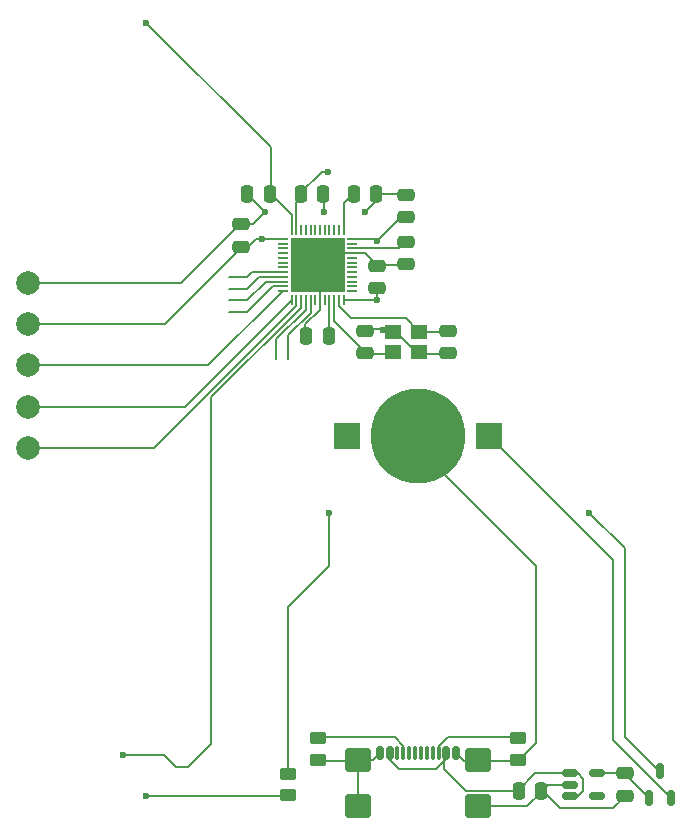
<source format=gbr>
%TF.GenerationSoftware,KiCad,Pcbnew,8.0.3-8.0.3-0~ubuntu24.04.1*%
%TF.CreationDate,2024-08-27T16:23:41+05:00*%
%TF.ProjectId,solartap_mcu_clear_60x60_g400,736f6c61-7274-4617-905f-6d63755f636c,rev?*%
%TF.SameCoordinates,Original*%
%TF.FileFunction,Copper,L1,Top*%
%TF.FilePolarity,Positive*%
%FSLAX46Y46*%
G04 Gerber Fmt 4.6, Leading zero omitted, Abs format (unit mm)*
G04 Created by KiCad (PCBNEW 8.0.3-8.0.3-0~ubuntu24.04.1) date 2024-08-27 16:23:41*
%MOMM*%
%LPD*%
G01*
G04 APERTURE LIST*
G04 Aperture macros list*
%AMRoundRect*
0 Rectangle with rounded corners*
0 $1 Rounding radius*
0 $2 $3 $4 $5 $6 $7 $8 $9 X,Y pos of 4 corners*
0 Add a 4 corners polygon primitive as box body*
4,1,4,$2,$3,$4,$5,$6,$7,$8,$9,$2,$3,0*
0 Add four circle primitives for the rounded corners*
1,1,$1+$1,$2,$3*
1,1,$1+$1,$4,$5*
1,1,$1+$1,$6,$7*
1,1,$1+$1,$8,$9*
0 Add four rect primitives between the rounded corners*
20,1,$1+$1,$2,$3,$4,$5,0*
20,1,$1+$1,$4,$5,$6,$7,0*
20,1,$1+$1,$6,$7,$8,$9,0*
20,1,$1+$1,$8,$9,$2,$3,0*%
G04 Aperture macros list end*
%TA.AperFunction,SMDPad,CuDef*%
%ADD10RoundRect,0.250000X-0.450000X0.262500X-0.450000X-0.262500X0.450000X-0.262500X0.450000X0.262500X0*%
%TD*%
%TA.AperFunction,SMDPad,CuDef*%
%ADD11RoundRect,0.250000X0.450000X-0.262500X0.450000X0.262500X-0.450000X0.262500X-0.450000X-0.262500X0*%
%TD*%
%TA.AperFunction,SMDPad,CuDef*%
%ADD12RoundRect,0.250000X-0.250000X-0.475000X0.250000X-0.475000X0.250000X0.475000X-0.250000X0.475000X0*%
%TD*%
%TA.AperFunction,SMDPad,CuDef*%
%ADD13RoundRect,0.250000X-0.475000X0.250000X-0.475000X-0.250000X0.475000X-0.250000X0.475000X0.250000X0*%
%TD*%
%TA.AperFunction,SMDPad,CuDef*%
%ADD14RoundRect,0.250000X0.250000X0.475000X-0.250000X0.475000X-0.250000X-0.475000X0.250000X-0.475000X0*%
%TD*%
%TA.AperFunction,SMDPad,CuDef*%
%ADD15RoundRect,0.250000X0.475000X-0.250000X0.475000X0.250000X-0.475000X0.250000X-0.475000X-0.250000X0*%
%TD*%
%TA.AperFunction,SMDPad,CuDef*%
%ADD16RoundRect,0.150000X0.150000X-0.512500X0.150000X0.512500X-0.150000X0.512500X-0.150000X-0.512500X0*%
%TD*%
%TA.AperFunction,SMDPad,CuDef*%
%ADD17R,1.400000X1.200000*%
%TD*%
%TA.AperFunction,SMDPad,CuDef*%
%ADD18RoundRect,0.150000X-0.512500X-0.150000X0.512500X-0.150000X0.512500X0.150000X-0.512500X0.150000X0*%
%TD*%
%TA.AperFunction,SMDPad,CuDef*%
%ADD19C,2.000000*%
%TD*%
%TA.AperFunction,SMDPad,CuDef*%
%ADD20R,2.200000X2.200000*%
%TD*%
%TA.AperFunction,SMDPad,CuDef*%
%ADD21C,8.000000*%
%TD*%
%TA.AperFunction,SMDPad,CuDef*%
%ADD22RoundRect,0.150000X-0.150000X-0.425000X0.150000X-0.425000X0.150000X0.425000X-0.150000X0.425000X0*%
%TD*%
%TA.AperFunction,SMDPad,CuDef*%
%ADD23RoundRect,0.075000X-0.075000X-0.500000X0.075000X-0.500000X0.075000X0.500000X-0.075000X0.500000X0*%
%TD*%
%TA.AperFunction,SMDPad,CuDef*%
%ADD24RoundRect,0.250000X-0.840000X-0.750000X0.840000X-0.750000X0.840000X0.750000X-0.840000X0.750000X0*%
%TD*%
%TA.AperFunction,SMDPad,CuDef*%
%ADD25RoundRect,0.050000X-0.050000X0.350000X-0.050000X-0.350000X0.050000X-0.350000X0.050000X0.350000X0*%
%TD*%
%TA.AperFunction,SMDPad,CuDef*%
%ADD26RoundRect,0.050000X-0.350000X0.050000X-0.350000X-0.050000X0.350000X-0.050000X0.350000X0.050000X0*%
%TD*%
%TA.AperFunction,HeatsinkPad*%
%ADD27R,4.600000X4.600000*%
%TD*%
%TA.AperFunction,ViaPad*%
%ADD28C,0.600000*%
%TD*%
%TA.AperFunction,Conductor*%
%ADD29C,0.200000*%
%TD*%
G04 APERTURE END LIST*
D10*
%TO.P,R3,1*%
%TO.N,Net-(J1-CC2)*%
X103500000Y-103087500D03*
%TO.P,R3,2*%
%TO.N,GND*%
X103500000Y-104912500D03*
%TD*%
D11*
%TO.P,R2,1*%
%TO.N,GND*%
X86500000Y-104912500D03*
%TO.P,R2,2*%
%TO.N,Net-(J1-CC1)*%
X86500000Y-103087500D03*
%TD*%
%TO.P,R1,1*%
%TO.N,Net-(D1-A)*%
X84000000Y-107912500D03*
%TO.P,R1,2*%
%TO.N,+3.3V*%
X84000000Y-106087500D03*
%TD*%
D12*
%TO.P,C12,1*%
%TO.N,Net-(U2-EN)*%
X103550000Y-107500000D03*
%TO.P,C12,2*%
%TO.N,GND*%
X105450000Y-107500000D03*
%TD*%
D13*
%TO.P,C11,1*%
%TO.N,Net-(U2-OUT)*%
X112500000Y-106050000D03*
%TO.P,C11,2*%
%TO.N,GND*%
X112500000Y-107950000D03*
%TD*%
D14*
%TO.P,C10,1*%
%TO.N,Net-(U1-NFC1{slash}P0.09)*%
X82450000Y-57030000D03*
%TO.P,C10,2*%
%TO.N,GND*%
X80550000Y-57030000D03*
%TD*%
%TO.P,C9,1*%
%TO.N,GND*%
X86950000Y-57000000D03*
%TO.P,C9,2*%
%TO.N,Net-(U1-NFC1{slash}P0.09)*%
X85050000Y-57000000D03*
%TD*%
D12*
%TO.P,C8,1*%
%TO.N,Net-(U1-DEC1)*%
X89550000Y-57000000D03*
%TO.P,C8,2*%
%TO.N,GND*%
X91450000Y-57000000D03*
%TD*%
D14*
%TO.P,C7,1*%
%TO.N,Net-(U1-DEC3)*%
X87450000Y-69000000D03*
%TO.P,C7,2*%
%TO.N,GND*%
X85550000Y-69000000D03*
%TD*%
D13*
%TO.P,C6,1*%
%TO.N,Net-(U1-DEC4)*%
X94000000Y-61050000D03*
%TO.P,C6,2*%
%TO.N,GND*%
X94000000Y-62950000D03*
%TD*%
D15*
%TO.P,C5,1*%
%TO.N,+3.3V*%
X80000000Y-61450000D03*
%TO.P,C5,2*%
%TO.N,GND*%
X80000000Y-59550000D03*
%TD*%
%TO.P,C4,1*%
%TO.N,+3.3V*%
X94000000Y-58950000D03*
%TO.P,C4,2*%
%TO.N,GND*%
X94000000Y-57050000D03*
%TD*%
%TO.P,C3,1*%
%TO.N,+3.3V*%
X91500000Y-64950000D03*
%TO.P,C3,2*%
%TO.N,GND*%
X91500000Y-63050000D03*
%TD*%
D13*
%TO.P,C2,1*%
%TO.N,Net-(U1-XC2)*%
X97500000Y-68550000D03*
%TO.P,C2,2*%
%TO.N,GND*%
X97500000Y-70450000D03*
%TD*%
D15*
%TO.P,C1,1*%
%TO.N,Net-(U1-XC1)*%
X90500000Y-70450000D03*
%TO.P,C1,2*%
%TO.N,GND*%
X90500000Y-68550000D03*
%TD*%
D16*
%TO.P,D2,1,K*%
%TO.N,Net-(U2-OUT)*%
X114550000Y-108137500D03*
%TO.P,D2,2,K*%
%TO.N,Net-(BT1-+)*%
X116450000Y-108137500D03*
%TO.P,D2,3,A*%
%TO.N,+3.3V*%
X115500000Y-105862500D03*
%TD*%
D17*
%TO.P,Y1,4,4*%
%TO.N,GND*%
X92900000Y-68650000D03*
%TO.P,Y1,3,3*%
%TO.N,Net-(U1-XC2)*%
X95100000Y-68650000D03*
%TO.P,Y1,2,2*%
%TO.N,GND*%
X95100000Y-70350000D03*
%TO.P,Y1,1,1*%
%TO.N,Net-(U1-XC1)*%
X92900000Y-70350000D03*
%TD*%
D18*
%TO.P,U2,1,IN*%
%TO.N,Net-(U2-EN)*%
X107862500Y-106050000D03*
%TO.P,U2,2,GND*%
%TO.N,GND*%
X107862500Y-107000000D03*
%TO.P,U2,3,EN*%
%TO.N,Net-(U2-EN)*%
X107862500Y-107950000D03*
%TO.P,U2,4,NC*%
%TO.N,unconnected-(U2-NC-Pad4)*%
X110137500Y-107950000D03*
%TO.P,U2,5,OUT*%
%TO.N,Net-(U2-OUT)*%
X110137500Y-106050000D03*
%TD*%
D19*
%TO.P,TP4,1,1*%
%TO.N,GND*%
X62000000Y-64500000D03*
%TD*%
D20*
%TO.P,BT1,1,+*%
%TO.N,Net-(BT1-+)*%
X89000000Y-77500000D03*
X101000000Y-77500000D03*
D21*
%TO.P,BT1,2,-*%
%TO.N,GND*%
X95000000Y-77500000D03*
%TD*%
D19*
%TO.P,TP1,1,1*%
%TO.N,Net-(U1-SWDIO)*%
X62000000Y-78500000D03*
%TD*%
%TO.P,TP2,1,1*%
%TO.N,Net-(U1-SWDCLK)*%
X62000000Y-75000000D03*
%TD*%
%TO.P,TP3,1,1*%
%TO.N,Net-(U1-P0.21{slash}~{RESET})*%
X62000000Y-71500000D03*
%TD*%
D22*
%TO.P,J1,A1,GND*%
%TO.N,GND*%
X91800000Y-104320000D03*
%TO.P,J1,A4,VBUS*%
%TO.N,Net-(U2-EN)*%
X92600000Y-104320000D03*
D23*
%TO.P,J1,A5,CC1*%
%TO.N,Net-(J1-CC1)*%
X93750000Y-104320000D03*
%TO.P,J1,A6,D+*%
%TO.N,unconnected-(J1-D+-PadA6)*%
X94750000Y-104320000D03*
%TO.P,J1,A7,D-*%
%TO.N,unconnected-(J1-D--PadA7)*%
X95250000Y-104320000D03*
%TO.P,J1,A8,SBU1*%
%TO.N,unconnected-(J1-SBU1-PadA8)*%
X96250000Y-104320000D03*
D22*
%TO.P,J1,A9,VBUS*%
%TO.N,Net-(U2-EN)*%
X97400000Y-104320000D03*
%TO.P,J1,A12,GND*%
%TO.N,GND*%
X98200000Y-104320000D03*
%TO.P,J1,B1,GND*%
X98200000Y-104320000D03*
%TO.P,J1,B4,VBUS*%
%TO.N,Net-(U2-EN)*%
X97400000Y-104320000D03*
D23*
%TO.P,J1,B5,CC2*%
%TO.N,Net-(J1-CC2)*%
X96750000Y-104320000D03*
%TO.P,J1,B6,D+*%
%TO.N,unconnected-(J1-D+-PadB6)*%
X95750000Y-104320000D03*
%TO.P,J1,B7,D-*%
%TO.N,unconnected-(J1-D--PadB7)*%
X94250000Y-104320000D03*
%TO.P,J1,B8,SBU2*%
%TO.N,unconnected-(J1-SBU2-PadB8)*%
X93250000Y-104320000D03*
D22*
%TO.P,J1,B9,VBUS*%
%TO.N,Net-(U2-EN)*%
X92600000Y-104320000D03*
%TO.P,J1,B12,GND*%
%TO.N,GND*%
X91800000Y-104320000D03*
D24*
%TO.P,J1,S1,SHIELD*%
X89890000Y-104895000D03*
X89890000Y-108825000D03*
X100110000Y-104895000D03*
X100110000Y-108825000D03*
%TD*%
D25*
%TO.P,U1,1,DEC1*%
%TO.N,Net-(U1-DEC1)*%
X88700000Y-60050000D03*
%TO.P,U1,2,P0.00/XL1*%
%TO.N,unconnected-(U1-P0.00{slash}XL1-Pad2)*%
X88300000Y-60050000D03*
%TO.P,U1,3,P0.01/XL2*%
%TO.N,unconnected-(U1-P0.01{slash}XL2-Pad3)*%
X87900000Y-60050000D03*
%TO.P,U1,4,P0.02/AIN0*%
%TO.N,unconnected-(U1-P0.02{slash}AIN0-Pad4)*%
X87500000Y-60050000D03*
%TO.P,U1,5,P0.03/AIN1*%
%TO.N,unconnected-(U1-P0.03{slash}AIN1-Pad5)*%
X87100000Y-60050000D03*
%TO.P,U1,6,P0.04/AIN2*%
%TO.N,unconnected-(U1-P0.04{slash}AIN2-Pad6)*%
X86700000Y-60050000D03*
%TO.P,U1,7,P0.05/AIN3*%
%TO.N,unconnected-(U1-P0.05{slash}AIN3-Pad7)*%
X86300000Y-60050000D03*
%TO.P,U1,8,P0.06*%
%TO.N,unconnected-(U1-P0.06-Pad8)*%
X85900000Y-60050000D03*
%TO.P,U1,9,P0.07*%
%TO.N,unconnected-(U1-P0.07-Pad9)*%
X85500000Y-60050000D03*
%TO.P,U1,10,P0.08*%
%TO.N,unconnected-(U1-P0.08-Pad10)*%
X85100000Y-60050000D03*
%TO.P,U1,11,NFC1/P0.09*%
%TO.N,Net-(U1-NFC1{slash}P0.09)*%
X84700000Y-60050000D03*
%TO.P,U1,12,NFC2/P0.10*%
X84300000Y-60050000D03*
D26*
%TO.P,U1,13,VDD*%
%TO.N,+3.3V*%
X83550000Y-60800000D03*
%TO.P,U1,14,P0.11*%
%TO.N,unconnected-(U1-P0.11-Pad14)*%
X83550000Y-61200000D03*
%TO.P,U1,15,P0.12*%
%TO.N,unconnected-(U1-P0.12-Pad15)*%
X83550000Y-61600000D03*
%TO.P,U1,16,P0.13*%
%TO.N,unconnected-(U1-P0.13-Pad16)*%
X83550000Y-62000000D03*
%TO.P,U1,17,P0.14*%
%TO.N,unconnected-(U1-P0.14-Pad17)*%
X83550000Y-62400000D03*
%TO.P,U1,18,P0.15*%
%TO.N,unconnected-(U1-P0.15-Pad18)*%
X83550000Y-62800000D03*
%TO.P,U1,19,P0.16*%
%TO.N,unconnected-(U1-P0.16-Pad19)*%
X83550000Y-63200000D03*
%TO.P,U1,20,P0.17*%
%TO.N,unconnected-(U1-P0.17-Pad20)*%
X83550000Y-63600000D03*
%TO.P,U1,21,P0.18/SWO*%
%TO.N,unconnected-(U1-P0.18{slash}SWO-Pad21)*%
X83550000Y-64000000D03*
%TO.P,U1,22,P0.19*%
%TO.N,unconnected-(U1-P0.19-Pad22)*%
X83550000Y-64400000D03*
%TO.P,U1,23,P0.20*%
%TO.N,unconnected-(U1-P0.20-Pad23)*%
X83550000Y-64800000D03*
%TO.P,U1,24,P0.21/~{RESET}*%
%TO.N,Net-(U1-P0.21{slash}~{RESET})*%
X83550000Y-65200000D03*
D25*
%TO.P,U1,25,SWDCLK*%
%TO.N,Net-(U1-SWDCLK)*%
X84300000Y-65950000D03*
%TO.P,U1,26,SWDIO*%
%TO.N,Net-(U1-SWDIO)*%
X84700000Y-65950000D03*
%TO.P,U1,27,P0.22*%
%TO.N,Net-(D1-K)*%
X85100000Y-65950000D03*
%TO.P,U1,28,P0.23*%
%TO.N,unconnected-(U1-P0.23-Pad28)*%
X85500000Y-65950000D03*
%TO.P,U1,29,P0.24*%
%TO.N,unconnected-(U1-P0.24-Pad29)*%
X85900000Y-65950000D03*
%TO.P,U1,30,ANT*%
%TO.N,unconnected-(U1-ANT-Pad30)*%
X86300000Y-65950000D03*
%TO.P,U1,31,VSS*%
%TO.N,GND*%
X86700000Y-65950000D03*
%TO.P,U1,32,DEC2*%
%TO.N,unconnected-(U1-DEC2-Pad32)*%
X87100000Y-65950000D03*
%TO.P,U1,33,DEC3*%
%TO.N,Net-(U1-DEC3)*%
X87500000Y-65950000D03*
%TO.P,U1,34,XC1*%
%TO.N,Net-(U1-XC1)*%
X87900000Y-65950000D03*
%TO.P,U1,35,XC2*%
%TO.N,Net-(U1-XC2)*%
X88300000Y-65950000D03*
%TO.P,U1,36,VDD*%
%TO.N,+3.3V*%
X88700000Y-65950000D03*
D26*
%TO.P,U1,37,P0.25*%
%TO.N,unconnected-(U1-P0.25-Pad37)*%
X89450000Y-65200000D03*
%TO.P,U1,38,P0.26*%
%TO.N,unconnected-(U1-P0.26-Pad38)*%
X89450000Y-64800000D03*
%TO.P,U1,39,P0.27*%
%TO.N,unconnected-(U1-P0.27-Pad39)*%
X89450000Y-64400000D03*
%TO.P,U1,40,P0.28/AIN4*%
%TO.N,unconnected-(U1-P0.28{slash}AIN4-Pad40)*%
X89450000Y-64000000D03*
%TO.P,U1,41,P0.29/AIN5*%
%TO.N,unconnected-(U1-P0.29{slash}AIN5-Pad41)*%
X89450000Y-63600000D03*
%TO.P,U1,42,P0.30/AIN6*%
%TO.N,unconnected-(U1-P0.30{slash}AIN6-Pad42)*%
X89450000Y-63200000D03*
%TO.P,U1,43,P0.31/AIN7*%
%TO.N,unconnected-(U1-P0.31{slash}AIN7-Pad43)*%
X89450000Y-62800000D03*
%TO.P,U1,44,NC*%
%TO.N,unconnected-(U1-NC-Pad44)*%
X89450000Y-62400000D03*
%TO.P,U1,45,VSS*%
%TO.N,GND*%
X89450000Y-62000000D03*
%TO.P,U1,46,DEC4*%
%TO.N,Net-(U1-DEC4)*%
X89450000Y-61600000D03*
%TO.P,U1,47,DCC*%
%TO.N,unconnected-(U1-DCC-Pad47)*%
X89450000Y-61200000D03*
%TO.P,U1,48,VDD*%
%TO.N,+3.3V*%
X89450000Y-60800000D03*
D27*
%TO.P,U1,49,VSS*%
%TO.N,GND*%
X86500000Y-63000000D03*
%TD*%
D19*
%TO.P,TP5,1,1*%
%TO.N,+3.3V*%
X62000000Y-68000000D03*
%TD*%
D28*
%TO.N,+3.3V*%
X87500000Y-84000000D03*
X109500000Y-84000000D03*
%TO.N,Net-(D1-A)*%
X72000000Y-108000000D03*
%TO.N,Net-(D1-K)*%
X70000000Y-104500000D03*
%TO.N,GND*%
X92000000Y-68500000D03*
%TO.N,+3.3V*%
X81800000Y-60800000D03*
X91500000Y-66000000D03*
X91500000Y-61000000D03*
%TO.N,GND*%
X88000000Y-61500000D03*
X100000000Y-105000000D03*
X93500000Y-74500000D03*
X88000000Y-64500000D03*
X100000000Y-109000000D03*
X87000000Y-58500000D03*
X90500000Y-58500000D03*
X85000000Y-61500000D03*
X82000000Y-58500000D03*
%TO.N,Net-(U1-NFC1{slash}P0.09)*%
X87400000Y-55100000D03*
X72000000Y-42500000D03*
%TD*%
D29*
%TO.N,Net-(D1-K)*%
X85100000Y-65950000D02*
X85100000Y-66612046D01*
X77500000Y-103562500D02*
X75562500Y-105500000D01*
X85100000Y-66612046D02*
X77500000Y-74212046D01*
X77500000Y-74212046D02*
X77500000Y-103562500D01*
X75562500Y-105500000D02*
X74500000Y-105500000D01*
X74500000Y-105500000D02*
X73500000Y-104500000D01*
X73500000Y-104500000D02*
X70000000Y-104500000D01*
%TO.N,unconnected-(U1-P0.17-Pad20)*%
X80500000Y-64000000D02*
X79000000Y-64000000D01*
X83550000Y-63600000D02*
X80900000Y-63600000D01*
X80900000Y-63600000D02*
X80500000Y-64000000D01*
%TO.N,unconnected-(U1-P0.18{slash}SWO-Pad21)*%
X80500000Y-65000000D02*
X79000000Y-65000000D01*
X83550000Y-64000000D02*
X81500000Y-64000000D01*
X81500000Y-64000000D02*
X80500000Y-65000000D01*
%TO.N,unconnected-(U1-P0.19-Pad22)*%
X80500000Y-66000000D02*
X79000000Y-66000000D01*
X83550000Y-64400000D02*
X82100000Y-64400000D01*
X82100000Y-64400000D02*
X80500000Y-66000000D01*
%TO.N,unconnected-(U1-P0.20-Pad23)*%
X80500000Y-67000000D02*
X79000000Y-67000000D01*
X83550000Y-64800000D02*
X82700000Y-64800000D01*
X82700000Y-64800000D02*
X80500000Y-67000000D01*
%TO.N,unconnected-(U1-P0.24-Pad29)*%
X84000000Y-68934314D02*
X84000000Y-71000000D01*
X85900000Y-67034314D02*
X84000000Y-68934314D01*
X85900000Y-65950000D02*
X85900000Y-67034314D01*
%TO.N,+3.3V*%
X87500000Y-84000000D02*
X87500000Y-88500000D01*
X84000000Y-92000000D02*
X84000000Y-106000000D01*
X87500000Y-88500000D02*
X84000000Y-92000000D01*
X109500000Y-84000000D02*
X112500000Y-87000000D01*
X112500000Y-87000000D02*
X112500000Y-103000000D01*
X112500000Y-103000000D02*
X115362500Y-105862500D01*
X115362500Y-105862500D02*
X115500000Y-105862500D01*
%TO.N,Net-(BT1-+)*%
X101000000Y-77500000D02*
X111500000Y-88000000D01*
X111500000Y-88000000D02*
X111500000Y-103187500D01*
X111500000Y-103187500D02*
X116450000Y-108137500D01*
%TO.N,GND*%
X95000000Y-78500000D02*
X105000000Y-88500000D01*
X105000000Y-88500000D02*
X105000000Y-103500000D01*
X105000000Y-103500000D02*
X103500000Y-105000000D01*
%TO.N,Net-(U2-OUT)*%
X114550000Y-108137500D02*
X112500000Y-106087500D01*
X112500000Y-106087500D02*
X112500000Y-105962500D01*
%TO.N,GND*%
X107037500Y-109000000D02*
X111537500Y-109000000D01*
X111537500Y-109000000D02*
X112500000Y-108037500D01*
%TO.N,Net-(U2-OUT)*%
X110137500Y-106050000D02*
X112412500Y-106050000D01*
X112412500Y-106050000D02*
X112500000Y-105962500D01*
%TO.N,unconnected-(U1-P0.23-Pad28)*%
X85500000Y-65950000D02*
X85500000Y-66777732D01*
X85500000Y-66777732D02*
X83000000Y-69277732D01*
X83000000Y-69277732D02*
X83000000Y-71000000D01*
%TO.N,Net-(D1-A)*%
X72000000Y-108000000D02*
X84000000Y-108000000D01*
%TO.N,+3.3V*%
X81800000Y-60800000D02*
X81267500Y-60800000D01*
X81800000Y-60800000D02*
X83550000Y-60800000D01*
X81267500Y-60800000D02*
X80500000Y-61567500D01*
%TO.N,GND*%
X62000000Y-64500000D02*
X74962500Y-64500000D01*
X74962500Y-64500000D02*
X80000000Y-59462500D01*
%TO.N,+3.3V*%
X62000000Y-68000000D02*
X73537500Y-68000000D01*
X73537500Y-68000000D02*
X80000000Y-61537500D01*
%TO.N,Net-(U1-SWDIO)*%
X84700000Y-65950000D02*
X84700000Y-66446360D01*
X84700000Y-66446360D02*
X72646360Y-78500000D01*
X72646360Y-78500000D02*
X62000000Y-78500000D01*
%TO.N,Net-(U1-SWDCLK)*%
X84300000Y-65950000D02*
X75250000Y-75000000D01*
X75250000Y-75000000D02*
X63000000Y-75000000D01*
%TO.N,GND*%
X95100000Y-70350000D02*
X95350000Y-70350000D01*
X95350000Y-70350000D02*
X95537500Y-70537500D01*
X95537500Y-70537500D02*
X97500000Y-70537500D01*
X92900000Y-68650000D02*
X93150000Y-68650000D01*
X93150000Y-68650000D02*
X94850000Y-70350000D01*
X94850000Y-70350000D02*
X95100000Y-70350000D01*
X90500000Y-68462500D02*
X92712500Y-68462500D01*
X92712500Y-68462500D02*
X92900000Y-68650000D01*
%TO.N,Net-(U1-XC2)*%
X95100000Y-68650000D02*
X97312500Y-68650000D01*
X97312500Y-68650000D02*
X97500000Y-68462500D01*
X88300000Y-65950000D02*
X88300000Y-66446360D01*
X88300000Y-66446360D02*
X89353640Y-67500000D01*
X89353640Y-67500000D02*
X93950000Y-67500000D01*
X93950000Y-67500000D02*
X95100000Y-68650000D01*
%TO.N,Net-(U1-XC1)*%
X90500000Y-70537500D02*
X92712500Y-70537500D01*
X92712500Y-70537500D02*
X92900000Y-70350000D01*
X87900000Y-65950000D02*
X87900000Y-67765256D01*
X87900000Y-67765256D02*
X90500000Y-70365256D01*
X90500000Y-70365256D02*
X90500000Y-70537500D01*
%TO.N,GND*%
X105537500Y-107500000D02*
X107037500Y-109000000D01*
%TO.N,Net-(U2-EN)*%
X107862500Y-106050000D02*
X108524999Y-106050000D01*
X108550000Y-107950000D02*
X107862500Y-107950000D01*
X108524999Y-106050000D02*
X109000000Y-106525001D01*
X109000000Y-106525001D02*
X109000000Y-107500000D01*
X109000000Y-107500000D02*
X108550000Y-107950000D01*
%TO.N,GND*%
X105537500Y-107500000D02*
X106037500Y-107000000D01*
X106037500Y-107000000D02*
X107862500Y-107000000D01*
%TO.N,Net-(U2-EN)*%
X107862500Y-106050000D02*
X104912500Y-106050000D01*
X104912500Y-106050000D02*
X103462500Y-107500000D01*
%TO.N,+3.3V*%
X91500000Y-66000000D02*
X91500000Y-65037500D01*
X93462500Y-59037500D02*
X94000000Y-59037500D01*
X91450000Y-65950000D02*
X91500000Y-66000000D01*
X91500000Y-66000000D02*
X91550000Y-65950000D01*
X91500000Y-61000000D02*
X93462500Y-59037500D01*
X91300000Y-60800000D02*
X89450000Y-60800000D01*
X91500000Y-61000000D02*
X91300000Y-60800000D01*
X88700000Y-65950000D02*
X91450000Y-65950000D01*
%TO.N,GND*%
X81007500Y-59492500D02*
X82000000Y-58500000D01*
X91537500Y-57462500D02*
X90500000Y-58500000D01*
X99535000Y-104320000D02*
X100000000Y-105000000D01*
X100215000Y-105000000D02*
X100110000Y-104895000D01*
X103500000Y-105000000D02*
X100215000Y-105000000D01*
X82000000Y-58500000D02*
X80530000Y-57030000D01*
X86700000Y-66800000D02*
X85462500Y-68037500D01*
X91225000Y-104895000D02*
X91800000Y-104320000D01*
X89785000Y-105000000D02*
X89890000Y-104895000D01*
X80530000Y-57030000D02*
X80462500Y-57030000D01*
X87500000Y-62000000D02*
X86500000Y-63000000D01*
X91537500Y-57000000D02*
X91537500Y-57462500D01*
X89450000Y-62000000D02*
X90537500Y-62000000D01*
X86500000Y-105000000D02*
X89785000Y-105000000D01*
X98200000Y-104320000D02*
X98880000Y-105000000D01*
X98880000Y-105000000D02*
X100000000Y-105000000D01*
X89890000Y-104895000D02*
X91225000Y-104895000D01*
X104212500Y-108825000D02*
X105537500Y-107500000D01*
X93962500Y-57000000D02*
X94000000Y-56962500D01*
X87000000Y-58500000D02*
X87037500Y-58462500D01*
X91500000Y-62962500D02*
X93925000Y-62962500D01*
X100110000Y-108825000D02*
X104212500Y-108825000D01*
X90537500Y-62000000D02*
X91500000Y-62962500D01*
X89450000Y-62000000D02*
X87500000Y-62000000D01*
X86700000Y-65950000D02*
X86700000Y-66800000D01*
X91537500Y-57000000D02*
X91500000Y-57000000D01*
X80500000Y-59492500D02*
X81007500Y-59492500D01*
X89890000Y-108825000D02*
X89890000Y-104895000D01*
X85462500Y-68037500D02*
X85462500Y-69000000D01*
X91500000Y-57000000D02*
X93962500Y-57000000D01*
X93925000Y-62962500D02*
X94000000Y-63037500D01*
X87037500Y-58462500D02*
X87037500Y-57030000D01*
X100000000Y-109000000D02*
X100110000Y-108825000D01*
X86700000Y-65950000D02*
X86700000Y-63200000D01*
X86700000Y-63200000D02*
X86500000Y-63000000D01*
X85537500Y-69075000D02*
X85462500Y-69000000D01*
X100000000Y-105000000D02*
X100110000Y-104895000D01*
%TO.N,Net-(U1-DEC1)*%
X88700000Y-57762500D02*
X89462500Y-57000000D01*
X88700000Y-60050000D02*
X88700000Y-57762500D01*
%TO.N,Net-(U1-DEC3)*%
X87500000Y-65950000D02*
X87500000Y-68962500D01*
X87500000Y-68962500D02*
X87537500Y-69000000D01*
%TO.N,Net-(U1-DEC4)*%
X89450000Y-61600000D02*
X93362500Y-61600000D01*
X93362500Y-61600000D02*
X94000000Y-60962500D01*
%TO.N,Net-(U1-NFC1{slash}P0.09)*%
X82537500Y-57030000D02*
X82537500Y-53037500D01*
X82537500Y-53037500D02*
X72000000Y-42500000D01*
X84300000Y-60050000D02*
X84300000Y-58792500D01*
X87400000Y-54900000D02*
X87400000Y-55100000D01*
X87400000Y-55100000D02*
X86892500Y-55100000D01*
X84700000Y-57725000D02*
X84700000Y-60050000D01*
X84962500Y-57030000D02*
X84962500Y-57462500D01*
X84962500Y-57462500D02*
X84700000Y-57725000D01*
X84300000Y-58792500D02*
X82537500Y-57030000D01*
X86892500Y-55100000D02*
X84962500Y-57030000D01*
%TO.N,Net-(U2-EN)*%
X103462500Y-107500000D02*
X99040406Y-107500000D01*
X92600000Y-104894999D02*
X93379595Y-105674594D01*
X92600000Y-104320000D02*
X92600000Y-104894999D01*
X99040406Y-107500000D02*
X97215000Y-105674594D01*
X97215000Y-105674594D02*
X97215000Y-104505000D01*
X97215000Y-104505000D02*
X97400000Y-104320000D01*
X97400000Y-104815000D02*
X97400000Y-104320000D01*
X96540406Y-105674594D02*
X97400000Y-104815000D01*
X93379595Y-105674594D02*
X96540406Y-105674594D01*
%TO.N,Net-(J1-CC1)*%
X93037410Y-103000000D02*
X93750000Y-103712590D01*
X86500000Y-103000000D02*
X93037410Y-103000000D01*
X93750000Y-103712590D02*
X93750000Y-104320000D01*
%TO.N,Net-(J1-CC2)*%
X97495001Y-103000000D02*
X96750000Y-103745001D01*
X96750000Y-103745001D02*
X96750000Y-104320000D01*
X103500000Y-103000000D02*
X97495001Y-103000000D01*
%TO.N,Net-(U1-P0.21{slash}~{RESET})*%
X83550000Y-65200000D02*
X77250000Y-71500000D01*
X77250000Y-71500000D02*
X62000000Y-71500000D01*
%TD*%
M02*

</source>
